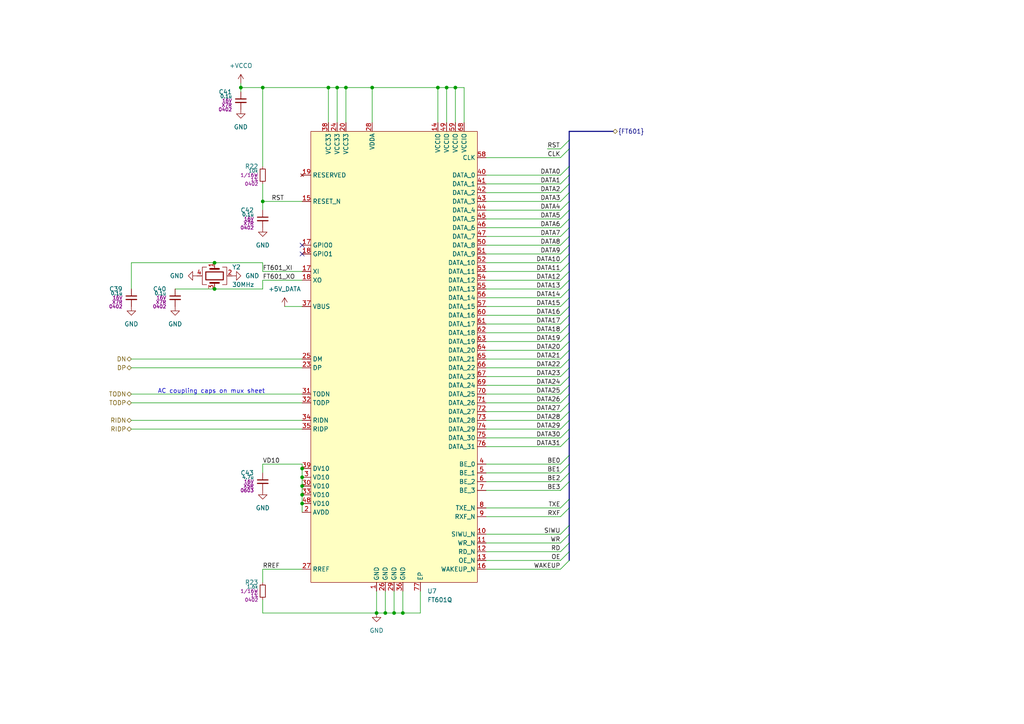
<source format=kicad_sch>
(kicad_sch (version 20230121) (generator eeschema)
  (paper "A4")
  (title_block (title "PCIeDMA") (date "2024-01-01") (rev "1"))
  (lib_symbols
    (symbol "Device:C_Small" (pin_numbers hide) (pin_names (offset 0.254) hide)
      (property "Reference" "C" (at 0.254 1.778 0))
      (property "Value" "C_Small" (at 0.254 -2.032 0))
      (symbol "C_Small_0_1"
        (polyline (pts (xy -1.524 -0.508) (xy 1.524 -0.508)) (stroke (width 0.3302)))
        (polyline (pts (xy -1.524 0.508) (xy 1.524 0.508)) (stroke (width 0.3048)))
      )
      (symbol "C_Small_1_1"
        (pin passive line (at 0 2.54 270) (length 2.032) (name "~") (number "1"))
        (pin passive line (at 0 -2.54 90) (length 2.032) (name "~") (number "2"))
      )
    )
    (symbol "Device:Crystal_GND24" (pin_names (offset 1.016) hide)
      (property "Reference" "Y" (at 3.175 5.08 0))
      (property "Value" "Crystal_GND24" (at 3.175 3.175 0))
      (symbol "Crystal_GND24_0_1"
        (rectangle (start -1.143 2.54) (end 1.143 -2.54) (stroke (width 0.3048)))
        (polyline (pts (xy -2.54 0) (xy -2.032 0)))
        (polyline (pts (xy -2.032 -1.27) (xy -2.032 1.27)) (stroke (width 0.508)))
        (polyline (pts (xy 0 -3.81) (xy 0 -3.556)))
        (polyline (pts (xy 0 3.556) (xy 0 3.81)))
        (polyline (pts (xy 2.032 -1.27) (xy 2.032 1.27)) (stroke (width 0.508)))
        (polyline (pts (xy 2.032 0) (xy 2.54 0)))
        (polyline (pts (xy -2.54 -2.286) (xy -2.54 -3.556) (xy 2.54 -3.556) (xy 2.54 -2.286)))
        (polyline (pts (xy -2.54 2.286) (xy -2.54 3.556) (xy 2.54 3.556) (xy 2.54 2.286)))
      )
      (symbol "Crystal_GND24_1_1"
        (pin passive line (at -3.81 0 0) (length 1.27) (name "1") (number "1"))
        (pin passive line (at 0 5.08 270) (length 1.27) (name "2") (number "2"))
        (pin passive line (at 3.81 0 180) (length 1.27) (name "3") (number "3"))
        (pin passive line (at 0 -5.08 90) (length 1.27) (name "4") (number "4"))
      )
    )
    (symbol "Device:R_Small" (pin_numbers hide) (pin_names (offset 0.254) hide)
      (property "Reference" "R" (at 0.762 0.508 0))
      (property "Value" "R_Small" (at 0.762 -1.016 0))
      (symbol "R_Small_0_1"
        (rectangle (start -0.762 1.778) (end 0.762 -1.778) (stroke (width 0.2032)))
      )
      (symbol "R_Small_1_1"
        (pin passive line (at 0 2.54 270) (length 0.762) (name "~") (number "1"))
        (pin passive line (at 0 -2.54 90) (length 0.762) (name "~") (number "2"))
      )
    )
    (symbol "PCIeDMA:+5V_DATA" (power) (pin_names (offset 0))
      (property "Value" "+5V_DATA" (at 0 3.556 0))
      (symbol "+5V_DATA_0_1"
        (polyline (pts (xy -0.762 1.27) (xy 0 2.54)))
        (polyline (pts (xy 0 0) (xy 0 2.54)))
        (polyline (pts (xy 0 2.54) (xy 0.762 1.27)))
      )
      (symbol "+5V_DATA_1_1"
        (pin power_in line (at 0 0 90) (length 0) hide (name "+5V_DATA") (number "1"))
      )
    )
    (symbol "PCIeDMA:+VCCO" (power) (pin_names (offset 0))
      (property "Value" "+VCCO" (at 0 3.556 0))
      (symbol "+VCCO_0_1"
        (polyline (pts (xy -0.762 1.27) (xy 0 2.54)))
        (polyline (pts (xy 0 0) (xy 0 2.54)))
        (polyline (pts (xy 0 2.54) (xy 0.762 1.27)))
      )
      (symbol "+VCCO_1_1"
        (pin power_in line (at 0 0 90) (length 0) hide (name "+VCCO") (number "1"))
      )
    )
    (symbol "PCIeDMA:FT601Q"
      (property "Reference" "U" (at 0 1.27 0))
      (property "Value" "FT601Q" (at 1.27 -58.42 0))
      (symbol "FT601Q_0_1"
        (rectangle (start -24.13 0) (end 24.13 -130.81) (fill (type background)))
      )
      (symbol "FT601Q_1_1"
        (pin power_in line (at -5.08 -133.35 90) (length 2.54) (name "GND") (number "1"))
        (pin input line (at 26.67 -116.84 180) (length 2.54) (name "SIWU_N") (number "10"))
        (pin input line (at 26.67 -119.38 180) (length 2.54) (name "WR_N") (number "11"))
        (pin input line (at 26.67 -121.92 180) (length 2.54) (name "RD_N") (number "12"))
        (pin input line (at 26.67 -124.46 180) (length 2.54) (name "OE_N") (number "13"))
        (pin power_in line (at 12.7 2.54 270) (length 2.54) (name "VCCIO") (number "14"))
        (pin input line (at -26.67 -20.32 0) (length 2.54) (name "RESET_N") (number "15"))
        (pin bidirectional line (at 26.67 -127 180) (length 2.54) (name "WAKEUP_N") (number "16"))
        (pin bidirectional line (at -26.67 -33.02 0) (length 2.54) (name "GPIO0") (number "17"))
        (pin input line (at -26.67 -40.64 0) (length 2.54) (name "XI") (number "17"))
        (pin bidirectional line (at -26.67 -35.56 0) (length 2.54) (name "GPIO1") (number "18"))
        (pin output line (at -26.67 -43.18 0) (length 2.54) (name "XO") (number "18"))
        (pin no_connect line (at -26.67 -12.7 0) (length 2.54) (name "RESERVED") (number "19"))
        (pin power_in line (at -26.67 -110.49 0) (length 2.54) (name "AVDD") (number "2"))
        (pin power_in line (at -13.97 2.54 270) (length 2.54) (name "VCC33") (number "20"))
        (pin bidirectional line (at -26.67 -68.58 0) (length 2.54) (name "DP") (number "23"))
        (pin power_in line (at -16.51 2.54 270) (length 2.54) (name "VCC33") (number "24"))
        (pin bidirectional line (at -26.67 -66.04 0) (length 2.54) (name "DM") (number "25"))
        (pin power_in line (at -2.54 -133.35 90) (length 2.54) (name "GND") (number "26"))
        (pin input line (at -26.67 -127 0) (length 2.54) (name "RREF") (number "27"))
        (pin power_in line (at -6.35 2.54 270) (length 2.54) (name "VDDA") (number "28"))
        (pin power_in line (at 0 -133.35 90) (length 2.54) (name "GND") (number "29"))
        (pin power_in line (at -26.67 -100.33 0) (length 2.54) (name "VD10") (number "3"))
        (pin power_in line (at -26.67 -102.87 0) (length 2.54) (name "VD10") (number "30"))
        (pin output line (at -26.67 -76.2 0) (length 2.54) (name "TODN") (number "31"))
        (pin output line (at -26.67 -78.74 0) (length 2.54) (name "TODP") (number "32"))
        (pin power_in line (at -26.67 -105.41 0) (length 2.54) (name "VD10") (number "33"))
        (pin input line (at -26.67 -83.82 0) (length 2.54) (name "RIDN") (number "34"))
        (pin input line (at -26.67 -86.36 0) (length 2.54) (name "RIDP") (number "35"))
        (pin power_in line (at 2.54 -133.35 90) (length 2.54) (name "GND") (number "36"))
        (pin power_in line (at -26.67 -50.8 0) (length 2.54) (name "VBUS") (number "37"))
        (pin power_in line (at -19.05 2.54 270) (length 2.54) (name "VCC33") (number "38"))
        (pin power_out line (at -26.67 -97.79 0) (length 2.54) (name "DV10") (number "39"))
        (pin bidirectional line (at 26.67 -96.52 180) (length 2.54) (name "BE_0") (number "4"))
        (pin bidirectional line (at 26.67 -12.7 180) (length 2.54) (name "DATA_0") (number "40"))
        (pin bidirectional line (at 26.67 -15.24 180) (length 2.54) (name "DATA_1") (number "41"))
        (pin bidirectional line (at 26.67 -17.78 180) (length 2.54) (name "DATA_2") (number "42"))
        (pin bidirectional line (at 26.67 -20.32 180) (length 2.54) (name "DATA_3") (number "43"))
        (pin bidirectional line (at 26.67 -22.86 180) (length 2.54) (name "DATA_4") (number "44"))
        (pin bidirectional line (at 26.67 -25.4 180) (length 2.54) (name "DATA_5") (number "45"))
        (pin bidirectional line (at 26.67 -27.94 180) (length 2.54) (name "DATA_6") (number "46"))
        (pin bidirectional line (at 26.67 -30.48 180) (length 2.54) (name "DATA_7") (number "47"))
        (pin power_in line (at -26.67 -107.95 0) (length 2.54) (name "VD10") (number "48"))
        (pin power_in line (at 15.24 2.54 270) (length 2.54) (name "VCCIO") (number "49"))
        (pin bidirectional line (at 26.67 -99.06 180) (length 2.54) (name "BE_1") (number "5"))
        (pin bidirectional line (at 26.67 -33.02 180) (length 2.54) (name "DATA_8") (number "50"))
        (pin bidirectional line (at 26.67 -35.56 180) (length 2.54) (name "DATA_9") (number "51"))
        (pin bidirectional line (at 26.67 -38.1 180) (length 2.54) (name "DATA_10") (number "52"))
        (pin bidirectional line (at 26.67 -40.64 180) (length 2.54) (name "DATA_11") (number "53"))
        (pin bidirectional line (at 26.67 -43.18 180) (length 2.54) (name "DATA_12") (number "54"))
        (pin bidirectional line (at 26.67 -45.72 180) (length 2.54) (name "DATA_13") (number "55"))
        (pin bidirectional line (at 26.67 -48.26 180) (length 2.54) (name "DATA_14") (number "56"))
        (pin bidirectional line (at 26.67 -50.8 180) (length 2.54) (name "DATA_15") (number "57"))
        (pin output line (at 26.67 -7.62 180) (length 2.54) (name "CLK") (number "58"))
        (pin power_in line (at 17.78 2.54 270) (length 2.54) (name "VCCIO") (number "59"))
        (pin bidirectional line (at 26.67 -101.6 180) (length 2.54) (name "BE_2") (number "6"))
        (pin bidirectional line (at 26.67 -53.34 180) (length 2.54) (name "DATA_16") (number "60"))
        (pin bidirectional line (at 26.67 -55.88 180) (length 2.54) (name "DATA_17") (number "61"))
        (pin bidirectional line (at 26.67 -58.42 180) (length 2.54) (name "DATA_18") (number "62"))
        (pin bidirectional line (at 26.67 -60.96 180) (length 2.54) (name "DATA_19") (number "63"))
        (pin bidirectional line (at 26.67 -63.5 180) (length 2.54) (name "DATA_20") (number "64"))
        (pin bidirectional line (at 26.67 -66.04 180) (length 2.54) (name "DATA_21") (number "65"))
        (pin bidirectional line (at 26.67 -68.58 180) (length 2.54) (name "DATA_22") (number "66"))
        (pin bidirectional line (at 26.67 -71.12 180) (length 2.54) (name "DATA_23") (number "67"))
        (pin power_in line (at 20.32 2.54 270) (length 2.54) (name "VCCIO") (number "68"))
        (pin bidirectional line (at 26.67 -73.66 180) (length 2.54) (name "DATA_24") (number "69"))
        (pin bidirectional line (at 26.67 -104.14 180) (length 2.54) (name "BE_3") (number "7"))
        (pin bidirectional line (at 26.67 -76.2 180) (length 2.54) (name "DATA_25") (number "70"))
        (pin bidirectional line (at 26.67 -78.74 180) (length 2.54) (name "DATA_26") (number "71"))
        (pin bidirectional line (at 26.67 -81.28 180) (length 2.54) (name "DATA_27") (number "72"))
        (pin bidirectional line (at 26.67 -83.82 180) (length 2.54) (name "DATA_28") (number "73"))
        (pin bidirectional line (at 26.67 -86.36 180) (length 2.54) (name "DATA_29") (number "74"))
        (pin bidirectional line (at 26.67 -88.9 180) (length 2.54) (name "DATA_30") (number "75"))
        (pin bidirectional line (at 26.67 -91.44 180) (length 2.54) (name "DATA_31") (number "76"))
        (pin power_in line (at 7.62 -133.35 90) (length 2.54) (name "EP") (number "77"))
        (pin output line (at 26.67 -109.22 180) (length 2.54) (name "TXE_N") (number "8"))
        (pin output line (at 26.67 -111.76 180) (length 2.54) (name "RXF_N") (number "9"))
      )
    )
    (symbol "power:GND" (power) (pin_names (offset 0))
      (property "Value" "GND" (at 0 -3.81 0))
      (symbol "GND_0_1"
        (polyline (pts (xy 0 0) (xy 0 -1.27) (xy 1.27 -1.27) (xy 0 -2.54) (xy -1.27 -1.27) (xy 0 -1.27)))
      )
      (symbol "GND_1_1"
        (pin power_in line (at 0 0 270) (length 0) hide (name "GND") (number "1"))
      )
    )
  )
  (junction (at 87.63 146.05))
  (junction (at 87.63 140.97))
  (junction (at 87.63 143.51))
  (junction (at 62.23 76.2))
  (junction (at 127 25.4))
  (junction (at 129.54 25.4))
  (junction (at 87.63 135.89))
  (junction (at 62.23 83.82))
  (junction (at 95.25 25.4))
  (junction (at 69.85 25.4))
  (junction (at 76.2 58.42))
  (junction (at 114.3 177.8))
  (junction (at 76.2 25.4))
  (junction (at 116.84 177.8))
  (junction (at 107.95 25.4))
  (junction (at 132.08 25.4))
  (junction (at 87.63 138.43))
  (junction (at 97.79 25.4))
  (junction (at 100.33 25.4))
  (junction (at 109.22 177.8))
  (junction (at 111.76 177.8))
  (no_connect (at 87.63 73.66))
  (no_connect (at 87.63 71.12))
  (bus_entry (at 162.56 147.32) (size 2.54 -2.54))
  (bus_entry (at 162.56 66.04) (size 2.54 -2.54))
  (bus_entry (at 162.56 58.42) (size 2.54 -2.54))
  (bus_entry (at 162.56 71.12) (size 2.54 -2.54))
  (bus_entry (at 162.56 127) (size 2.54 -2.54))
  (bus_entry (at 162.56 139.7) (size 2.54 -2.54))
  (bus_entry (at 162.56 68.58) (size 2.54 -2.54))
  (bus_entry (at 162.56 160.02) (size 2.54 -2.54))
  (bus_entry (at 162.56 111.76) (size 2.54 -2.54))
  (bus_entry (at 162.56 91.44) (size 2.54 -2.54))
  (bus_entry (at 162.56 55.88) (size 2.54 -2.54))
  (bus_entry (at 162.56 142.24) (size 2.54 -2.54))
  (bus_entry (at 162.56 129.54) (size 2.54 -2.54))
  (bus_entry (at 162.56 60.96) (size 2.54 -2.54))
  (bus_entry (at 162.56 137.16) (size 2.54 -2.54))
  (bus_entry (at 162.56 43.18) (size 2.54 -2.54))
  (bus_entry (at 162.56 99.06) (size 2.54 -2.54))
  (bus_entry (at 162.56 93.98) (size 2.54 -2.54))
  (bus_entry (at 162.56 124.46) (size 2.54 -2.54))
  (bus_entry (at 162.56 50.8) (size 2.54 -2.54))
  (bus_entry (at 162.56 76.2) (size 2.54 -2.54))
  (bus_entry (at 162.56 109.22) (size 2.54 -2.54))
  (bus_entry (at 162.56 83.82) (size 2.54 -2.54))
  (bus_entry (at 162.56 154.94) (size 2.54 -2.54))
  (bus_entry (at 162.56 116.84) (size 2.54 -2.54))
  (bus_entry (at 162.56 119.38) (size 2.54 -2.54))
  (bus_entry (at 162.56 104.14) (size 2.54 -2.54))
  (bus_entry (at 162.56 121.92) (size 2.54 -2.54))
  (bus_entry (at 162.56 165.1) (size 2.54 -2.54))
  (bus_entry (at 162.56 134.62) (size 2.54 -2.54))
  (bus_entry (at 162.56 45.72) (size 2.54 -2.54))
  (bus_entry (at 162.56 162.56) (size 2.54 -2.54))
  (bus_entry (at 162.56 53.34) (size 2.54 -2.54))
  (bus_entry (at 162.56 78.74) (size 2.54 -2.54))
  (bus_entry (at 162.56 73.66) (size 2.54 -2.54))
  (bus_entry (at 162.56 101.6) (size 2.54 -2.54))
  (bus_entry (at 162.56 157.48) (size 2.54 -2.54))
  (bus_entry (at 162.56 81.28) (size 2.54 -2.54))
  (bus_entry (at 162.56 96.52) (size 2.54 -2.54))
  (bus_entry (at 162.56 149.86) (size 2.54 -2.54))
  (bus_entry (at 162.56 106.68) (size 2.54 -2.54))
  (bus_entry (at 162.56 86.36) (size 2.54 -2.54))
  (bus_entry (at 162.56 88.9) (size 2.54 -2.54))
  (bus_entry (at 162.56 63.5) (size 2.54 -2.54))
  (bus_entry (at 162.56 114.3) (size 2.54 -2.54))
  (wire (pts (xy 162.56 91.44) (xy 140.97 91.44)))
  (wire (pts (xy 76.2 76.2) (xy 62.23 76.2)))
  (wire (pts (xy 162.56 88.9) (xy 140.97 88.9)))
  (wire (pts (xy 97.79 25.4) (xy 97.79 35.56)))
  (wire (pts (xy 162.56 127) (xy 140.97 127)))
  (wire (pts (xy 82.55 88.9) (xy 87.63 88.9)))
  (wire (pts (xy 162.56 119.38) (xy 140.97 119.38)))
  (wire (pts (xy 76.2 177.8) (xy 109.22 177.8)))
  (wire (pts (xy 162.56 157.48) (xy 140.97 157.48)))
  (wire (pts (xy 107.95 25.4) (xy 100.33 25.4)))
  (wire (pts (xy 100.33 25.4) (xy 100.33 35.56)))
  (bus (pts (xy 165.1 132.08) (xy 165.1 134.62)))
  (wire (pts (xy 76.2 165.1) (xy 76.2 168.91)))
  (wire (pts (xy 62.23 83.82) (xy 50.8 83.82)))
  (wire (pts (xy 87.63 138.43) (xy 87.63 135.89)))
  (wire (pts (xy 116.84 171.45) (xy 116.84 177.8)))
  (wire (pts (xy 162.56 154.94) (xy 140.97 154.94)))
  (wire (pts (xy 76.2 81.28) (xy 76.2 83.82)))
  (wire (pts (xy 87.63 134.62) (xy 76.2 134.62)))
  (bus (pts (xy 165.1 104.14) (xy 165.1 106.68)))
  (wire (pts (xy 162.56 137.16) (xy 140.97 137.16)))
  (wire (pts (xy 162.56 78.74) (xy 140.97 78.74)))
  (bus (pts (xy 165.1 96.52) (xy 165.1 99.06)))
  (wire (pts (xy 121.92 171.45) (xy 121.92 177.8)))
  (wire (pts (xy 162.56 109.22) (xy 140.97 109.22)))
  (wire (pts (xy 69.85 24.13) (xy 69.85 25.4)))
  (wire (pts (xy 162.56 63.5) (xy 140.97 63.5)))
  (bus (pts (xy 165.1 91.44) (xy 165.1 93.98)))
  (wire (pts (xy 162.56 114.3) (xy 140.97 114.3)))
  (wire (pts (xy 162.56 139.7) (xy 140.97 139.7)))
  (wire (pts (xy 38.1 116.84) (xy 87.63 116.84)))
  (bus (pts (xy 165.1 114.3) (xy 165.1 116.84)))
  (wire (pts (xy 162.56 165.1) (xy 140.97 165.1)))
  (wire (pts (xy 162.56 111.76) (xy 140.97 111.76)))
  (wire (pts (xy 76.2 78.74) (xy 87.63 78.74)))
  (bus (pts (xy 165.1 73.66) (xy 165.1 76.2)))
  (wire (pts (xy 69.85 26.67) (xy 69.85 25.4)))
  (bus (pts (xy 165.1 50.8) (xy 165.1 53.34)))
  (wire (pts (xy 162.56 104.14) (xy 140.97 104.14)))
  (wire (pts (xy 162.56 162.56) (xy 140.97 162.56)))
  (bus (pts (xy 165.1 60.96) (xy 165.1 63.5)))
  (wire (pts (xy 121.92 177.8) (xy 116.84 177.8)))
  (wire (pts (xy 38.1 106.68) (xy 87.63 106.68)))
  (wire (pts (xy 162.56 124.46) (xy 140.97 124.46)))
  (wire (pts (xy 162.56 86.36) (xy 140.97 86.36)))
  (wire (pts (xy 87.63 140.97) (xy 87.63 138.43)))
  (wire (pts (xy 114.3 177.8) (xy 111.76 177.8)))
  (wire (pts (xy 111.76 177.8) (xy 109.22 177.8)))
  (wire (pts (xy 132.08 25.4) (xy 134.62 25.4)))
  (wire (pts (xy 38.1 76.2) (xy 38.1 83.82)))
  (wire (pts (xy 87.63 143.51) (xy 87.63 146.05)))
  (wire (pts (xy 162.56 106.68) (xy 140.97 106.68)))
  (wire (pts (xy 162.56 93.98) (xy 140.97 93.98)))
  (bus (pts (xy 165.1 160.02) (xy 165.1 162.56)))
  (wire (pts (xy 87.63 146.05) (xy 87.63 148.59)))
  (wire (pts (xy 97.79 25.4) (xy 95.25 25.4)))
  (wire (pts (xy 76.2 81.28) (xy 87.63 81.28)))
  (wire (pts (xy 76.2 48.26) (xy 76.2 25.4)))
  (bus (pts (xy 165.1 53.34) (xy 165.1 55.88)))
  (wire (pts (xy 162.56 121.92) (xy 140.97 121.92)))
  (bus (pts (xy 165.1 106.68) (xy 165.1 109.22)))
  (bus (pts (xy 165.1 116.84) (xy 165.1 119.38)))
  (wire (pts (xy 162.56 160.02) (xy 140.97 160.02)))
  (bus (pts (xy 165.1 66.04) (xy 165.1 68.58)))
  (wire (pts (xy 107.95 25.4) (xy 107.95 35.56)))
  (bus (pts (xy 165.1 119.38) (xy 165.1 121.92)))
  (wire (pts (xy 87.63 165.1) (xy 76.2 165.1)))
  (bus (pts (xy 165.1 139.7) (xy 165.1 144.78)))
  (bus (pts (xy 165.1 83.82) (xy 165.1 86.36)))
  (wire (pts (xy 76.2 83.82) (xy 62.23 83.82)))
  (bus (pts (xy 165.1 63.5) (xy 165.1 66.04)))
  (wire (pts (xy 162.56 101.6) (xy 140.97 101.6)))
  (bus (pts (xy 165.1 124.46) (xy 165.1 127)))
  (wire (pts (xy 162.56 55.88) (xy 140.97 55.88)))
  (bus (pts (xy 165.1 68.58) (xy 165.1 71.12)))
  (wire (pts (xy 69.85 25.4) (xy 76.2 25.4)))
  (wire (pts (xy 162.56 83.82) (xy 140.97 83.82)))
  (wire (pts (xy 62.23 76.2) (xy 38.1 76.2)))
  (bus (pts (xy 165.1 121.92) (xy 165.1 124.46)))
  (bus (pts (xy 165.1 88.9) (xy 165.1 91.44)))
  (wire (pts (xy 132.08 25.4) (xy 132.08 35.56)))
  (wire (pts (xy 162.56 134.62) (xy 140.97 134.62)))
  (wire (pts (xy 111.76 171.45) (xy 111.76 177.8)))
  (bus (pts (xy 165.1 55.88) (xy 165.1 58.42)))
  (wire (pts (xy 116.84 177.8) (xy 114.3 177.8)))
  (bus (pts (xy 165.1 101.6) (xy 165.1 104.14)))
  (wire (pts (xy 162.56 142.24) (xy 140.97 142.24)))
  (wire (pts (xy 162.56 60.96) (xy 140.97 60.96)))
  (wire (pts (xy 109.22 177.8) (xy 109.22 171.45)))
  (wire (pts (xy 38.1 124.46) (xy 87.63 124.46)))
  (bus (pts (xy 165.1 43.18) (xy 165.1 48.26)))
  (bus (pts (xy 165.1 109.22) (xy 165.1 111.76)))
  (bus (pts (xy 165.1 144.78) (xy 165.1 147.32)))
  (wire (pts (xy 87.63 143.51) (xy 87.63 140.97)))
  (wire (pts (xy 162.56 53.34) (xy 140.97 53.34)))
  (wire (pts (xy 87.63 58.42) (xy 76.2 58.42)))
  (bus (pts (xy 165.1 38.1) (xy 165.1 40.64)))
  (bus (pts (xy 165.1 81.28) (xy 165.1 83.82)))
  (wire (pts (xy 127 35.56) (xy 127 25.4)))
  (wire (pts (xy 162.56 76.2) (xy 140.97 76.2)))
  (bus (pts (xy 165.1 157.48) (xy 165.1 160.02)))
  (wire (pts (xy 158.75 43.18) (xy 162.56 43.18)))
  (bus (pts (xy 165.1 71.12) (xy 165.1 73.66)))
  (bus (pts (xy 165.1 154.94) (xy 165.1 157.48)))
  (wire (pts (xy 76.2 78.74) (xy 76.2 76.2)))
  (wire (pts (xy 87.63 135.89) (xy 87.63 134.62)))
  (wire (pts (xy 129.54 35.56) (xy 129.54 25.4)))
  (wire (pts (xy 162.56 50.8) (xy 140.97 50.8)))
  (bus (pts (xy 165.1 99.06) (xy 165.1 101.6)))
  (wire (pts (xy 76.2 53.34) (xy 76.2 58.42)))
  (wire (pts (xy 107.95 25.4) (xy 127 25.4)))
  (wire (pts (xy 129.54 25.4) (xy 132.08 25.4)))
  (wire (pts (xy 114.3 171.45) (xy 114.3 177.8)))
  (wire (pts (xy 38.1 121.92) (xy 87.63 121.92)))
  (wire (pts (xy 162.56 149.86) (xy 140.97 149.86)))
  (wire (pts (xy 134.62 25.4) (xy 134.62 35.56)))
  (bus (pts (xy 165.1 111.76) (xy 165.1 114.3)))
  (wire (pts (xy 162.56 66.04) (xy 140.97 66.04)))
  (bus (pts (xy 165.1 137.16) (xy 165.1 139.7)))
  (wire (pts (xy 162.56 45.72) (xy 140.97 45.72)))
  (wire (pts (xy 162.56 116.84) (xy 140.97 116.84)))
  (bus (pts (xy 165.1 40.64) (xy 165.1 43.18)))
  (bus (pts (xy 165.1 78.74) (xy 165.1 81.28)))
  (wire (pts (xy 76.2 58.42) (xy 76.2 60.96)))
  (bus (pts (xy 165.1 134.62) (xy 165.1 137.16)))
  (wire (pts (xy 76.2 25.4) (xy 95.25 25.4)))
  (bus (pts (xy 165.1 48.26) (xy 165.1 50.8)))
  (wire (pts (xy 100.33 25.4) (xy 97.79 25.4)))
  (wire (pts (xy 127 25.4) (xy 129.54 25.4)))
  (bus (pts (xy 165.1 93.98) (xy 165.1 96.52)))
  (wire (pts (xy 162.56 129.54) (xy 140.97 129.54)))
  (wire (pts (xy 162.56 71.12) (xy 140.97 71.12)))
  (bus (pts (xy 165.1 147.32) (xy 165.1 152.4)))
  (wire (pts (xy 95.25 25.4) (xy 95.25 35.56)))
  (bus (pts (xy 177.8 38.1) (xy 165.1 38.1)))
  (wire (pts (xy 162.56 73.66) (xy 140.97 73.66)))
  (wire (pts (xy 162.56 96.52) (xy 140.97 96.52)))
  (bus (pts (xy 165.1 58.42) (xy 165.1 60.96)))
  (wire (pts (xy 162.56 81.28) (xy 140.97 81.28)))
  (wire (pts (xy 162.56 99.06) (xy 140.97 99.06)))
  (bus (pts (xy 165.1 152.4) (xy 165.1 154.94)))
  (wire (pts (xy 162.56 147.32) (xy 140.97 147.32)))
  (wire (pts (xy 76.2 173.99) (xy 76.2 177.8)))
  (wire (pts (xy 38.1 104.14) (xy 87.63 104.14)))
  (wire (pts (xy 162.56 58.42) (xy 140.97 58.42)))
  (wire (pts (xy 76.2 134.62) (xy 76.2 137.16)))
  (wire (pts (xy 38.1 114.3) (xy 87.63 114.3)))
  (bus (pts (xy 165.1 86.36) (xy 165.1 88.9)))
  (bus (pts (xy 165.1 127) (xy 165.1 132.08)))
  (wire (pts (xy 162.56 68.58) (xy 140.97 68.58)))
  (bus (pts (xy 165.1 76.2) (xy 165.1 78.74)))
  (text "AC coupling caps on mux sheet" (at 45.72 114.3 0) (effects (font (size 1.27 1.27)) (justify left bottom)))
  (label "FT601_XI" (at 76.2 78.74 0))
  (label "DATA27" (at 162.56 119.38 180))
  (label "DATA15" (at 162.56 88.9 180))
  (label "DATA3" (at 162.56 58.42 180))
  (label "BE3" (at 162.56 142.24 180))
  (label "DATA0" (at 162.56 50.8 180))
  (label "DATA1" (at 162.56 53.34 180))
  (label "DATA8" (at 162.56 71.12 180))
  (label "DATA23" (at 162.56 109.22 180))
  (label "DATA16" (at 162.56 91.44 180))
  (label "VD10" (at 76.2 134.62 0))
  (label "DATA18" (at 162.56 96.52 180))
  (label "DATA14" (at 162.56 86.36 180))
  (label "RST" (at 78.74 58.42 0))
  (label "DATA7" (at 162.56 68.58 180))
  (label "RST" (at 158.75 43.18 0))
  (label "OE" (at 162.56 162.56 180))
  (label "DATA9" (at 162.56 73.66 180))
  (label "DATA20" (at 162.56 101.6 180))
  (label "DATA5" (at 162.56 63.5 180))
  (label "DATA29" (at 162.56 124.46 180))
  (label "BE0" (at 162.56 134.62 180))
  (label "DATA2" (at 162.56 55.88 180))
  (label "SIWU" (at 162.56 154.94 180))
  (label "WR" (at 162.56 157.48 180))
  (label "DATA21" (at 162.56 104.14 180))
  (label "DATA6" (at 162.56 66.04 180))
  (label "DATA17" (at 162.56 93.98 180))
  (label "DATA24" (at 162.56 111.76 180))
  (label "DATA10" (at 162.56 76.2 180))
  (label "WAKEUP" (at 162.56 165.1 180))
  (label "DATA12" (at 162.56 81.28 180))
  (label "DATA13" (at 162.56 83.82 180))
  (label "FT601_XO" (at 76.2 81.28 0))
  (label "DATA31" (at 162.56 129.54 180))
  (label "RREF" (at 76.2 165.1 0))
  (label "DATA25" (at 162.56 114.3 180))
  (label "BE1" (at 162.56 137.16 180))
  (label "DATA11" (at 162.56 78.74 180))
  (label "DATA28" (at 162.56 121.92 180))
  (label "CLK" (at 162.56 45.72 180))
  (label "DATA19" (at 162.56 99.06 180))
  (label "BE2" (at 162.56 139.7 180))
  (label "TXE" (at 162.56 147.32 180))
  (label "RD" (at 162.56 160.02 180))
  (label "DATA4" (at 162.56 60.96 180))
  (label "DATA26" (at 162.56 116.84 180))
  (label "RXF" (at 162.56 149.86 180))
  (label "DATA22" (at 162.56 106.68 180))
  (label "DATA30" (at 162.56 127 180))
  (hierarchical_label "DN" (shape bidirectional) (at 38.1 104.14 180))
  (hierarchical_label "DP" (shape bidirectional) (at 38.1 106.68 180))
  (hierarchical_label "RIDP" (shape bidirectional) (at 38.1 124.46 180))
  (hierarchical_label "TODN" (shape bidirectional) (at 38.1 114.3 180))
  (hierarchical_label "RIDN" (shape bidirectional) (at 38.1 121.92 180))
  (hierarchical_label "{FT601}" (shape bidirectional) (at 177.8 38.1 0))
  (hierarchical_label "TODP" (shape bidirectional) (at 38.1 116.84 180))
  (symbol (lib_id "Device:C_Small") (at 69.85 29.21 0) (mirror y) (unit 1)
    (property "Reference" "C41" (at 67.31 26.67 0) (effects (justify left)))
    (property "Value" "0.1u" (at 67.31 27.94 0) (effects (font (size 1 1)) (justify left)))
    (property "Footprint" "Capacitor_SMD:C_0402_1005Metric" (effects hide))
    (property "Rating" "16V" (at 67.31 29.21 0) (effects (font (size 1 1)) (justify left)))
    (property "Class" "X7R" (at 67.31 30.48 0) (effects (font (size 1 1)) (justify left)))
    (property "Size" "0402" (at 67.31 31.75 0) (effects (font (size 1 1)) (justify left)))
  )
  (symbol (lib_id "Device:C_Small") (at 76.2 63.5 0) (mirror y) (unit 1)
    (property "Reference" "C42" (at 73.66 60.96 0) (effects (justify left)))
    (property "Value" "0.1u" (at 73.66 62.23 0) (effects (font (size 1 1)) (justify left)))
    (property "Footprint" "Capacitor_SMD:C_0402_1005Metric" (effects hide))
    (property "Rating" "16V" (at 73.66 63.5 0) (effects (font (size 1 1)) (justify left)))
    (property "Class" "X7R" (at 73.66 64.77 0) (effects (font (size 1 1)) (justify left)))
    (property "Size" "0402" (at 73.66 66.04 0) (effects (font (size 1 1)) (justify left)))
  )
  (symbol (lib_id "Device:C_Small") (at 50.8 86.36 0) (mirror y) (unit 1)
    (property "Reference" "C40" (at 48.26 83.82 0) (effects (justify left)))
    (property "Value" "0.1u" (at 48.26 85.09 0) (effects (font (size 1 1)) (justify left)))
    (property "Footprint" "Capacitor_SMD:C_0402_1005Metric" (effects hide))
    (property "Rating" "16V" (at 48.26 86.36 0) (effects (font (size 1 1)) (justify left)))
    (property "Class" "X7R" (at 48.26 87.63 0) (effects (font (size 1 1)) (justify left)))
    (property "Size" "0402" (at 48.26 88.9 0) (effects (font (size 1 1)) (justify left)))
  )
  (symbol (lib_id "power:GND") (at 57.15 80.01 270) (mirror x) (unit 1)
    (property "Reference" "#PWR046" (effects hide))
    (property "Value" "GND" (at 53.34 80.01 90) (effects (justify right)))
  )
  (symbol (lib_id "Device:C_Small") (at 38.1 86.36 0) (mirror y) (unit 1)
    (property "Reference" "C39" (at 35.56 83.82 0) (effects (justify left)))
    (property "Value" "0.1u" (at 35.56 85.09 0) (effects (font (size 1 1)) (justify left)))
    (property "Footprint" "Capacitor_SMD:C_0402_1005Metric" (effects hide))
    (property "Rating" "16V" (at 35.56 86.36 0) (effects (font (size 1 1)) (justify left)))
    (property "Class" "X7R" (at 35.56 87.63 0) (effects (font (size 1 1)) (justify left)))
    (property "Size" "0402" (at 35.56 88.9 0) (effects (font (size 1 1)) (justify left)))
  )
  (symbol (lib_id "power:GND") (at 109.22 177.8 0) (unit 1)
    (property "Reference" "#PWR053" (effects hide))
    (property "Value" "GND" (at 109.22 182.88 0))
  )
  (symbol (lib_id "power:GND") (at 38.1 88.9 0) (mirror y) (unit 1)
    (property "Reference" "#PWR044" (effects hide))
    (property "Value" "GND" (at 38.1 93.98 0))
  )
  (symbol (lib_id "Device:C_Small") (at 76.2 139.7 0) (mirror y) (unit 1)
    (property "Reference" "C43" (at 73.66 137.16 0) (effects (justify left)))
    (property "Value" "4.7u" (at 73.66 138.43 0) (effects (font (size 1 1)) (justify left)))
    (property "Footprint" "Capacitor_SMD:C_0603_1608Metric" (effects hide))
    (property "Rating" "16V" (at 73.66 139.7 0) (effects (font (size 1 1)) (justify left)))
    (property "Class" "X5R" (at 73.66 140.97 0) (effects (font (size 1 1)) (justify left)))
    (property "Size" "0603" (at 73.66 142.24 0) (effects (font (size 1 1)) (justify left)))
  )
  (symbol (lib_id "Device:R_Small") (at 76.2 50.8 0) (mirror y) (unit 1)
    (property "Reference" "R22" (at 74.93 48.26 0) (effects (justify left)))
    (property "Value" "10k" (at 74.93 49.53 0) (effects (font (size 1 1)) (justify left)))
    (property "Footprint" "Resistor_SMD:R_0402_1005Metric" (effects hide))
    (property "Rating" "1/16W" (at 74.93 50.8 0) (effects (font (size 1 1)) (justify left)))
    (property "Tolerance" "1%" (at 74.93 52.07 0) (effects (font (size 1 1)) (justify left)))
    (property "Size" "0402" (at 74.93 53.34 0) (effects (font (size 1 1)) (justify left)))
  )
  (symbol (lib_id "PCIeDMA:+5V_DATA") (at 82.55 88.9 0) (unit 1)
    (property "Reference" "#PWR052" (effects hide))
    (property "Value" "+5V_DATA" (at 82.55 83.82 0))
  )
  (symbol (lib_id "Device:Crystal_GND24") (at 62.23 80.01 270) (unit 1)
    (property "Reference" "Y2" (at 67.31 77.47 90) (effects (justify left)))
    (property "Value" "30MHz" (at 67.31 82.55 90) (effects (justify left)))
    (property "Footprint" "Crystal:Crystal_SMD_3225-4Pin_3.2x2.5mm" (effects hide))
  )
  (symbol (lib_id "power:GND") (at 50.8 88.9 0) (mirror y) (unit 1)
    (property "Reference" "#PWR045" (effects hide))
    (property "Value" "GND" (at 50.8 93.98 0))
  )
  (symbol (lib_id "Device:R_Small") (at 76.2 171.45 0) (mirror y) (unit 1)
    (property "Reference" "R23" (at 74.93 168.91 0) (effects (justify left)))
    (property "Value" "1.6k" (at 74.93 170.18 0) (effects (font (size 1 1)) (justify left)))
    (property "Footprint" "Resistor_SMD:R_0402_1005Metric" (effects hide))
    (property "Rating" "1/16W" (at 74.93 171.45 0) (effects (font (size 1 1)) (justify left)))
    (property "Tolerance" "1%" (at 74.93 172.72 0) (effects (font (size 1 1)) (justify left)))
    (property "Size" "0402" (at 74.93 173.99 0) (effects (font (size 1 1)) (justify left)))
  )
  (symbol (lib_id "power:GND") (at 76.2 66.04 0) (mirror y) (unit 1)
    (property "Reference" "#PWR050" (effects hide))
    (property "Value" "GND" (at 76.2 71.12 0))
  )
  (symbol (lib_id "PCIeDMA:FT601Q") (at 114.3 38.1 0) (unit 1)
    (property "Reference" "U7" (at 123.9394 171.45 0) (effects (justify left)))
    (property "Value" "FT601Q" (at 123.9394 173.99 0) (effects (justify left)))
    (property "Footprint" "Package_DFN_QFN:QFN-76-1EP_9x9mm_P0.4mm_EP5.81x6.31mm" (effects hide))
  )
  (symbol (lib_id "PCIeDMA:+VCCO") (at 69.85 24.13 0) (unit 1)
    (property "Reference" "#PWR048" (effects hide))
    (property "Value" "+VCCO" (at 69.85 19.05 0))
  )
  (symbol (lib_id "power:GND") (at 69.85 31.75 0) (mirror y) (unit 1)
    (property "Reference" "#PWR049" (effects hide))
    (property "Value" "GND" (at 69.85 36.83 0))
  )
  (symbol (lib_id "power:GND") (at 67.31 80.01 90) (mirror x) (unit 1)
    (property "Reference" "#PWR047" (effects hide))
    (property "Value" "GND" (at 71.12 80.01 90) (effects (justify right)))
  )
  (symbol (lib_id "power:GND") (at 76.2 142.24 0) (mirror y) (unit 1)
    (property "Reference" "#PWR051" (effects hide))
    (property "Value" "GND" (at 76.2 147.32 0))
  )
)
</source>
